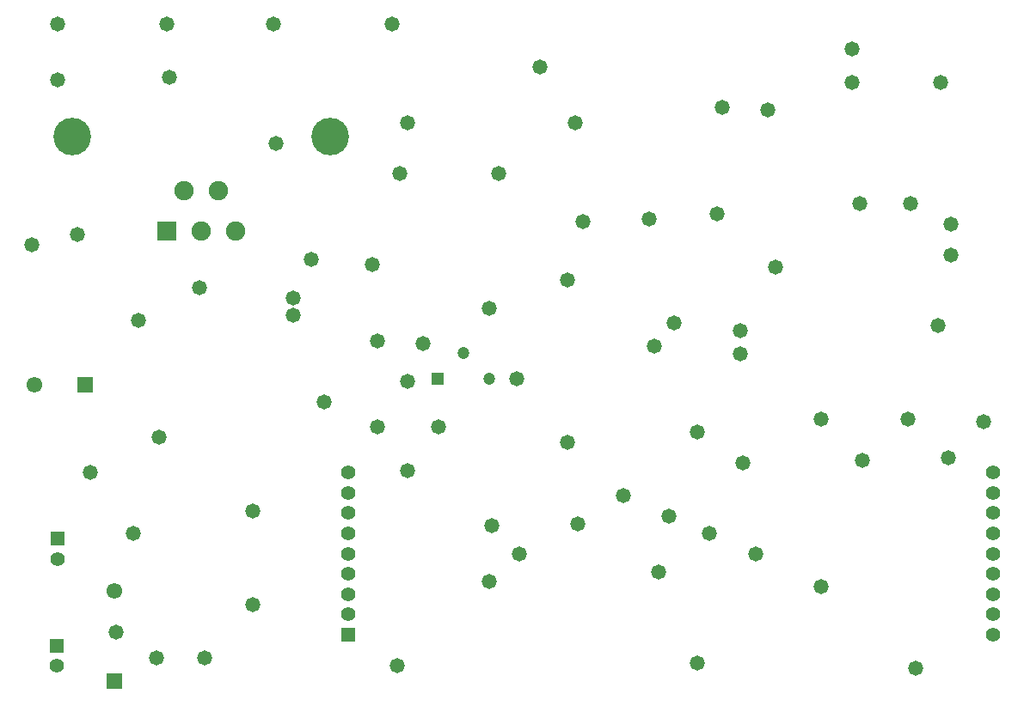
<source format=gbs>
G04*
G04 #@! TF.GenerationSoftware,Altium Limited,Altium Designer,25.1.2 (22)*
G04*
G04 Layer_Color=16711935*
%FSLAX44Y44*%
%MOMM*%
G71*
G04*
G04 #@! TF.SameCoordinates,735CD127-3729-4D2A-A9AC-AB826B6A9FB7*
G04*
G04*
G04 #@! TF.FilePolarity,Negative*
G04*
G01*
G75*
%ADD46C,1.4000*%
%ADD47R,1.4000X1.4000*%
%ADD48C,1.9032*%
%ADD49R,1.9032X1.9032*%
%ADD50C,3.7000*%
%ADD51R,1.5500X1.5500*%
%ADD52C,1.5500*%
%ADD53R,1.5500X1.5500*%
%ADD54R,1.4032X1.4032*%
%ADD55C,1.4032*%
%ADD56C,1.2000*%
%ADD57R,1.2000X1.2000*%
%ADD58C,1.4732*%
D46*
X1003980Y70370D02*
D03*
Y90370D02*
D03*
Y110370D02*
D03*
Y130370D02*
D03*
Y150370D02*
D03*
Y170370D02*
D03*
Y190370D02*
D03*
Y210370D02*
D03*
Y230370D02*
D03*
X368980D02*
D03*
Y210370D02*
D03*
Y190370D02*
D03*
Y170370D02*
D03*
Y150370D02*
D03*
Y130370D02*
D03*
Y110370D02*
D03*
Y90370D02*
D03*
D47*
Y70370D02*
D03*
D48*
X258300Y468254D02*
D03*
X241300Y508254D02*
D03*
X224300Y468254D02*
D03*
X207300Y508254D02*
D03*
D49*
X190300Y468254D02*
D03*
D50*
X97300Y561090D02*
D03*
X351300D02*
D03*
D51*
X138430Y24434D02*
D03*
D52*
Y113234D02*
D03*
X60090Y316484D02*
D03*
D53*
X110090D02*
D03*
D54*
X81650Y59530D02*
D03*
X82920Y165194D02*
D03*
D55*
X81650Y39530D02*
D03*
X82920Y145194D02*
D03*
D56*
X508000Y322480D02*
D03*
X482600Y347880D02*
D03*
D57*
X457200Y322480D02*
D03*
D58*
X227500Y47500D02*
D03*
X180000D02*
D03*
X995000Y280000D02*
D03*
X665000Y480000D02*
D03*
X600000Y477500D02*
D03*
X297500Y555000D02*
D03*
X392500Y435000D02*
D03*
X332500Y440000D02*
D03*
X442500Y357500D02*
D03*
X397500Y360000D02*
D03*
X865000Y647500D02*
D03*
X952500Y615000D02*
D03*
X865000D02*
D03*
X782500Y587500D02*
D03*
X737500Y590000D02*
D03*
X592500Y575000D02*
D03*
X557500Y630000D02*
D03*
X82500Y617500D02*
D03*
X192500Y620000D02*
D03*
X427500Y575000D02*
D03*
X420000Y525000D02*
D03*
X412500Y672500D02*
D03*
X190000D02*
D03*
X295000D02*
D03*
X82500D02*
D03*
X102500Y465000D02*
D03*
X57500Y455000D02*
D03*
X162500Y380000D02*
D03*
X222500Y412500D02*
D03*
X182500Y265000D02*
D03*
X115000Y230000D02*
D03*
X157500Y170000D02*
D03*
X140000Y72500D02*
D03*
X585000Y420000D02*
D03*
X507500Y392500D02*
D03*
X510000Y177500D02*
D03*
X507500Y122500D02*
D03*
X457500Y275000D02*
D03*
X397500D02*
D03*
X427500Y232500D02*
D03*
X872500Y495000D02*
D03*
X922500D02*
D03*
X950000Y375000D02*
D03*
X690000Y377500D02*
D03*
X670000Y355000D02*
D03*
X960000Y245000D02*
D03*
X920000Y282500D02*
D03*
X875000Y242500D02*
D03*
X835000Y282500D02*
D03*
X757500Y240000D02*
D03*
X712500Y270000D02*
D03*
X585000Y260000D02*
D03*
X595000Y180000D02*
D03*
X675000Y132500D02*
D03*
X835000Y117500D02*
D03*
X927500Y37500D02*
D03*
X712500Y42500D02*
D03*
X417500Y40000D02*
D03*
X275000Y100000D02*
D03*
Y192500D02*
D03*
X725000Y170000D02*
D03*
X770000Y150000D02*
D03*
X685000Y187500D02*
D03*
X640000Y207500D02*
D03*
X537500Y150000D02*
D03*
X535000Y322500D02*
D03*
X427500Y320000D02*
D03*
X790000Y432500D02*
D03*
X732500Y485000D02*
D03*
X315000Y385000D02*
D03*
Y402500D02*
D03*
X517500Y525000D02*
D03*
X345000Y300000D02*
D03*
X755000Y370000D02*
D03*
Y347500D02*
D03*
X962500Y445000D02*
D03*
Y475000D02*
D03*
M02*

</source>
